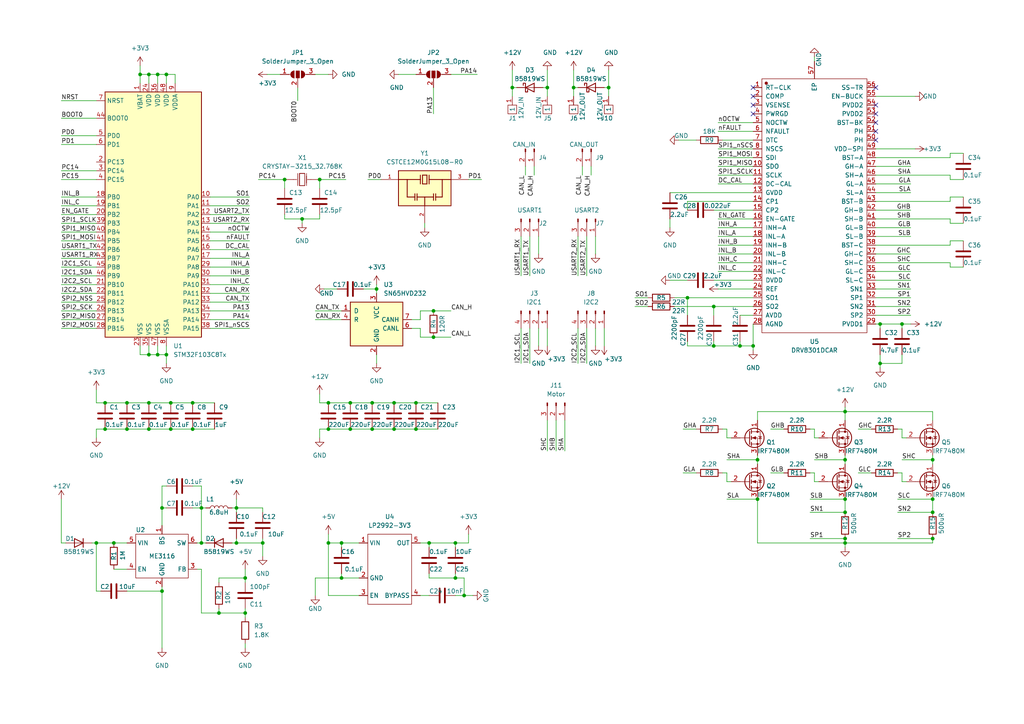
<source format=kicad_sch>
(kicad_sch (version 20211123) (generator eeschema)
  (paper "A4")
  (junction (at 124.46 157.48))
  (junction (at 125.73 97.79))
  (junction (at 107.95 124.46))
  (junction (at 45.72 21.59))
  (junction (at 245.11 119.38))
  (junction (at 261.62 93.98))
  (junction (at 49.53 116.84))
  (junction (at 166.37 25.4))
  (junction (at 76.2 157.48))
  (junction (at 99.06 167.64))
  (junction (at 43.18 102.87))
  (junction (at 49.53 124.46))
  (junction (at 95.25 157.48))
  (junction (at 101.6 124.46))
  (junction (at 68.58 157.48))
  (junction (at 270.51 148.59))
  (junction (at 40.64 21.59))
  (junction (at 30.48 116.84))
  (junction (at 30.48 124.46))
  (junction (at 45.72 102.87))
  (junction (at 245.11 156.21))
  (junction (at 71.12 167.64))
  (junction (at 46.99 147.32))
  (junction (at 245.11 133.35))
  (junction (at 132.08 157.48))
  (junction (at 95.25 124.46))
  (junction (at 92.71 52.07))
  (junction (at 55.88 124.46))
  (junction (at 120.65 116.84))
  (junction (at 36.83 124.46))
  (junction (at 107.95 116.84))
  (junction (at 46.99 171.45))
  (junction (at 99.06 157.48))
  (junction (at 109.22 83.82))
  (junction (at 158.75 25.4))
  (junction (at 101.6 116.84))
  (junction (at 55.88 116.84))
  (junction (at 218.44 100.33))
  (junction (at 43.18 21.59))
  (junction (at 270.51 133.35))
  (junction (at 63.5 177.8))
  (junction (at 48.26 21.59))
  (junction (at 114.3 124.46))
  (junction (at 219.71 133.35))
  (junction (at 82.55 52.07))
  (junction (at 148.59 25.4))
  (junction (at 255.27 93.98))
  (junction (at 68.58 147.32))
  (junction (at 214.63 100.33))
  (junction (at 27.94 157.48))
  (junction (at 270.51 156.21))
  (junction (at 270.51 144.78))
  (junction (at 120.65 124.46))
  (junction (at 207.01 88.9))
  (junction (at 245.11 148.59))
  (junction (at 125.73 90.17))
  (junction (at 33.02 157.48))
  (junction (at 48.26 102.87))
  (junction (at 58.42 147.32))
  (junction (at 255.27 105.41))
  (junction (at 219.71 144.78))
  (junction (at 87.63 63.5))
  (junction (at 71.12 177.8))
  (junction (at 207.01 100.33))
  (junction (at 132.08 167.64))
  (junction (at 176.53 25.4))
  (junction (at 245.11 157.48))
  (junction (at 43.18 116.84))
  (junction (at 95.25 116.84))
  (junction (at 245.11 144.78))
  (junction (at 58.42 157.48))
  (junction (at 43.18 124.46))
  (junction (at 114.3 116.84))
  (junction (at 134.62 172.72))
  (junction (at 199.39 86.36))
  (junction (at 36.83 116.84))
  (no_connect (at 218.44 33.02))
  (no_connect (at 218.44 30.48))
  (no_connect (at 218.44 27.94))
  (no_connect (at 218.44 25.4))
  (no_connect (at 254 25.4))
  (no_connect (at 254 30.48))
  (no_connect (at 254 33.02))
  (no_connect (at 254 40.64))
  (no_connect (at 254 38.1))
  (no_connect (at 254 35.56))
  (wire (pts (xy 60.96 95.25) (xy 72.39 95.25)))
  (wire (pts (xy 134.62 172.72) (xy 137.16 172.72)))
  (wire (pts (xy 153.67 68.58) (xy 153.67 80.01)))
  (wire (pts (xy 254 73.66) (xy 264.16 73.66)))
  (wire (pts (xy 57.15 165.1) (xy 58.42 165.1)))
  (wire (pts (xy 184.15 86.36) (xy 187.96 86.36)))
  (wire (pts (xy 86.36 29.21) (xy 86.36 25.4)))
  (wire (pts (xy 275.59 77.47) (xy 279.4 77.47)))
  (wire (pts (xy 176.53 20.32) (xy 176.53 25.4)))
  (wire (pts (xy 134.62 167.64) (xy 134.62 172.72)))
  (wire (pts (xy 95.25 124.46) (xy 92.71 124.46)))
  (wire (pts (xy 100.33 52.07) (xy 92.71 52.07)))
  (wire (pts (xy 194.31 66.04) (xy 194.31 63.5)))
  (wire (pts (xy 95.25 172.72) (xy 104.14 172.72)))
  (wire (pts (xy 195.58 86.36) (xy 199.39 86.36)))
  (wire (pts (xy 270.51 148.59) (xy 260.35 148.59)))
  (wire (pts (xy 45.72 21.59) (xy 45.72 24.13)))
  (wire (pts (xy 95.25 154.94) (xy 95.25 157.48)))
  (wire (pts (xy 208.28 53.34) (xy 218.44 53.34)))
  (wire (pts (xy 40.64 21.59) (xy 40.64 24.13)))
  (wire (pts (xy 101.6 116.84) (xy 107.95 116.84)))
  (wire (pts (xy 93.98 83.82) (xy 97.79 83.82)))
  (wire (pts (xy 255.27 105.41) (xy 261.62 105.41)))
  (wire (pts (xy 275.59 64.77) (xy 279.4 64.77)))
  (wire (pts (xy 207.01 100.33) (xy 214.63 100.33)))
  (wire (pts (xy 208.28 66.04) (xy 218.44 66.04)))
  (wire (pts (xy 157.48 25.4) (xy 158.75 25.4)))
  (wire (pts (xy 255.27 93.98) (xy 255.27 95.25)))
  (wire (pts (xy 95.25 157.48) (xy 99.06 157.48)))
  (wire (pts (xy 33.02 157.48) (xy 36.83 157.48)))
  (wire (pts (xy 208.28 76.2) (xy 218.44 76.2)))
  (wire (pts (xy 208.28 50.8) (xy 218.44 50.8)))
  (wire (pts (xy 275.59 63.5) (xy 275.59 64.77)))
  (wire (pts (xy 261.62 133.35) (xy 270.51 133.35)))
  (wire (pts (xy 82.55 62.23) (xy 82.55 63.5)))
  (wire (pts (xy 60.96 80.01) (xy 72.39 80.01)))
  (wire (pts (xy 17.78 92.71) (xy 27.94 92.71)))
  (wire (pts (xy 87.63 64.77) (xy 87.63 63.5)))
  (wire (pts (xy 124.46 157.48) (xy 132.08 157.48)))
  (wire (pts (xy 212.09 139.7) (xy 210.82 139.7)))
  (wire (pts (xy 208.28 43.18) (xy 218.44 43.18)))
  (wire (pts (xy 45.72 102.87) (xy 43.18 102.87)))
  (wire (pts (xy 92.71 116.84) (xy 95.25 116.84)))
  (wire (pts (xy 254 88.9) (xy 264.16 88.9)))
  (wire (pts (xy 67.31 147.32) (xy 68.58 147.32)))
  (wire (pts (xy 124.46 167.64) (xy 132.08 167.64)))
  (wire (pts (xy 132.08 167.64) (xy 134.62 167.64)))
  (wire (pts (xy 55.88 124.46) (xy 49.53 124.46)))
  (wire (pts (xy 245.11 156.21) (xy 234.95 156.21)))
  (wire (pts (xy 17.78 80.01) (xy 27.94 80.01)))
  (wire (pts (xy 261.62 127) (xy 261.62 124.46)))
  (wire (pts (xy 17.78 57.15) (xy 27.94 57.15)))
  (wire (pts (xy 223.52 137.16) (xy 227.33 137.16)))
  (wire (pts (xy 254 83.82) (xy 264.16 83.82)))
  (wire (pts (xy 195.58 88.9) (xy 207.01 88.9)))
  (wire (pts (xy 236.22 127) (xy 236.22 124.46)))
  (wire (pts (xy 95.25 21.59) (xy 91.44 21.59)))
  (wire (pts (xy 36.83 116.84) (xy 43.18 116.84)))
  (wire (pts (xy 45.72 100.33) (xy 45.72 102.87)))
  (wire (pts (xy 71.12 168.91) (xy 71.12 167.64)))
  (wire (pts (xy 139.7 52.07) (xy 135.89 52.07)))
  (wire (pts (xy 135.89 154.94) (xy 135.89 157.48)))
  (wire (pts (xy 148.59 25.4) (xy 149.86 25.4)))
  (wire (pts (xy 248.92 137.16) (xy 252.73 137.16)))
  (wire (pts (xy 30.48 124.46) (xy 27.94 124.46)))
  (wire (pts (xy 172.72 100.33) (xy 172.72 95.25)))
  (wire (pts (xy 27.94 124.46) (xy 27.94 127)))
  (wire (pts (xy 254 50.8) (xy 275.59 50.8)))
  (wire (pts (xy 49.53 124.46) (xy 43.18 124.46)))
  (wire (pts (xy 27.94 171.45) (xy 29.21 171.45)))
  (wire (pts (xy 208.28 35.56) (xy 218.44 35.56)))
  (wire (pts (xy 260.35 124.46) (xy 261.62 124.46)))
  (wire (pts (xy 48.26 21.59) (xy 48.26 24.13)))
  (wire (pts (xy 275.59 44.45) (xy 279.4 44.45)))
  (wire (pts (xy 261.62 93.98) (xy 264.16 93.98)))
  (wire (pts (xy 171.45 50.8) (xy 171.45 48.26)))
  (wire (pts (xy 234.95 124.46) (xy 236.22 124.46)))
  (wire (pts (xy 27.94 157.48) (xy 33.02 157.48)))
  (wire (pts (xy 68.58 157.48) (xy 76.2 157.48)))
  (wire (pts (xy 261.62 93.98) (xy 261.62 95.25)))
  (wire (pts (xy 60.96 72.39) (xy 72.39 72.39)))
  (wire (pts (xy 275.59 58.42) (xy 275.59 57.15)))
  (wire (pts (xy 261.62 139.7) (xy 261.62 137.16)))
  (wire (pts (xy 166.37 25.4) (xy 166.37 27.94)))
  (wire (pts (xy 17.78 52.07) (xy 27.94 52.07)))
  (wire (pts (xy 17.78 39.37) (xy 27.94 39.37)))
  (wire (pts (xy 46.99 171.45) (xy 46.99 187.96)))
  (wire (pts (xy 172.72 73.66) (xy 172.72 68.58)))
  (wire (pts (xy 212.09 127) (xy 210.82 127)))
  (wire (pts (xy 209.55 40.64) (xy 218.44 40.64)))
  (wire (pts (xy 127 124.46) (xy 120.65 124.46)))
  (wire (pts (xy 153.67 105.41) (xy 153.67 95.25)))
  (wire (pts (xy 57.15 157.48) (xy 58.42 157.48)))
  (wire (pts (xy 63.5 176.53) (xy 63.5 177.8)))
  (wire (pts (xy 17.78 64.77) (xy 27.94 64.77)))
  (wire (pts (xy 92.71 63.5) (xy 92.71 62.23)))
  (wire (pts (xy 214.63 91.44) (xy 218.44 91.44)))
  (wire (pts (xy 254 55.88) (xy 264.16 55.88)))
  (wire (pts (xy 208.28 45.72) (xy 218.44 45.72)))
  (wire (pts (xy 121.92 172.72) (xy 124.46 172.72)))
  (wire (pts (xy 43.18 102.87) (xy 40.64 102.87)))
  (wire (pts (xy 46.99 170.18) (xy 46.99 171.45)))
  (wire (pts (xy 254 63.5) (xy 275.59 63.5)))
  (wire (pts (xy 46.99 147.32) (xy 48.26 147.32)))
  (wire (pts (xy 261.62 105.41) (xy 261.62 102.87)))
  (wire (pts (xy 219.71 132.08) (xy 219.71 133.35)))
  (wire (pts (xy 210.82 133.35) (xy 219.71 133.35)))
  (wire (pts (xy 151.13 68.58) (xy 151.13 80.01)))
  (wire (pts (xy 148.59 25.4) (xy 148.59 27.94)))
  (wire (pts (xy 167.64 68.58) (xy 167.64 80.01)))
  (wire (pts (xy 17.78 74.93) (xy 27.94 74.93)))
  (wire (pts (xy 270.51 132.08) (xy 270.51 133.35)))
  (wire (pts (xy 17.78 72.39) (xy 27.94 72.39)))
  (wire (pts (xy 170.18 68.58) (xy 170.18 80.01)))
  (wire (pts (xy 71.12 186.69) (xy 71.12 187.96)))
  (wire (pts (xy 275.59 71.12) (xy 275.59 69.85)))
  (wire (pts (xy 17.78 62.23) (xy 27.94 62.23)))
  (wire (pts (xy 58.42 140.97) (xy 58.42 147.32)))
  (wire (pts (xy 223.52 124.46) (xy 227.33 124.46)))
  (wire (pts (xy 33.02 165.1) (xy 36.83 165.1)))
  (wire (pts (xy 121.92 157.48) (xy 124.46 157.48)))
  (wire (pts (xy 167.64 105.41) (xy 167.64 95.25)))
  (wire (pts (xy 77.47 21.59) (xy 81.28 21.59)))
  (wire (pts (xy 119.38 92.71) (xy 121.92 92.71)))
  (wire (pts (xy 67.31 157.48) (xy 68.58 157.48)))
  (wire (pts (xy 40.64 19.05) (xy 40.64 21.59)))
  (wire (pts (xy 254 45.72) (xy 275.59 45.72)))
  (wire (pts (xy 43.18 21.59) (xy 40.64 21.59)))
  (wire (pts (xy 132.08 167.64) (xy 132.08 166.37)))
  (wire (pts (xy 245.11 144.78) (xy 245.11 148.59)))
  (wire (pts (xy 237.49 127) (xy 236.22 127)))
  (wire (pts (xy 17.78 69.85) (xy 27.94 69.85)))
  (wire (pts (xy 55.88 140.97) (xy 58.42 140.97)))
  (wire (pts (xy 207.01 60.96) (xy 218.44 60.96)))
  (wire (pts (xy 40.64 102.87) (xy 40.64 100.33)))
  (wire (pts (xy 114.3 124.46) (xy 107.95 124.46)))
  (wire (pts (xy 27.94 157.48) (xy 27.94 171.45)))
  (wire (pts (xy 234.95 137.16) (xy 236.22 137.16)))
  (wire (pts (xy 115.57 21.59) (xy 120.65 21.59)))
  (wire (pts (xy 219.71 144.78) (xy 219.71 157.48)))
  (wire (pts (xy 245.11 158.75) (xy 245.11 157.48)))
  (wire (pts (xy 17.78 87.63) (xy 27.94 87.63)))
  (wire (pts (xy 254 66.04) (xy 264.16 66.04)))
  (wire (pts (xy 125.73 33.02) (xy 125.73 25.4)))
  (wire (pts (xy 199.39 58.42) (xy 199.39 60.96)))
  (wire (pts (xy 166.37 20.32) (xy 166.37 25.4)))
  (wire (pts (xy 43.18 124.46) (xy 36.83 124.46)))
  (wire (pts (xy 124.46 166.37) (xy 124.46 167.64)))
  (wire (pts (xy 46.99 140.97) (xy 46.99 147.32)))
  (wire (pts (xy 63.5 177.8) (xy 71.12 177.8)))
  (wire (pts (xy 95.25 116.84) (xy 101.6 116.84)))
  (wire (pts (xy 27.94 116.84) (xy 30.48 116.84)))
  (wire (pts (xy 17.78 95.25) (xy 27.94 95.25)))
  (wire (pts (xy 60.96 82.55) (xy 72.39 82.55)))
  (wire (pts (xy 17.78 82.55) (xy 27.94 82.55)))
  (wire (pts (xy 125.73 97.79) (xy 130.81 97.79)))
  (wire (pts (xy 156.21 100.33) (xy 156.21 95.25)))
  (wire (pts (xy 245.11 132.08) (xy 245.11 133.35)))
  (wire (pts (xy 254 93.98) (xy 255.27 93.98)))
  (wire (pts (xy 218.44 100.33) (xy 218.44 101.6)))
  (wire (pts (xy 60.96 92.71) (xy 72.39 92.71)))
  (wire (pts (xy 154.94 50.8) (xy 154.94 48.26)))
  (wire (pts (xy 245.11 119.38) (xy 270.51 119.38)))
  (wire (pts (xy 50.8 24.13) (xy 50.8 21.59)))
  (wire (pts (xy 255.27 93.98) (xy 261.62 93.98)))
  (wire (pts (xy 55.88 116.84) (xy 62.23 116.84)))
  (wire (pts (xy 107.95 124.46) (xy 101.6 124.46)))
  (wire (pts (xy 92.71 124.46) (xy 92.71 127)))
  (wire (pts (xy 156.21 73.66) (xy 156.21 68.58)))
  (wire (pts (xy 254 27.94) (xy 265.43 27.94)))
  (wire (pts (xy 219.71 119.38) (xy 245.11 119.38)))
  (wire (pts (xy 209.55 137.16) (xy 210.82 137.16)))
  (wire (pts (xy 91.44 92.71) (xy 99.06 92.71)))
  (wire (pts (xy 119.38 95.25) (xy 121.92 95.25)))
  (wire (pts (xy 132.08 157.48) (xy 135.89 157.48)))
  (wire (pts (xy 236.22 139.7) (xy 236.22 137.16)))
  (wire (pts (xy 58.42 157.48) (xy 59.69 157.48)))
  (wire (pts (xy 60.96 74.93) (xy 72.39 74.93)))
  (wire (pts (xy 184.15 88.9) (xy 187.96 88.9)))
  (wire (pts (xy 99.06 167.64) (xy 104.14 167.64)))
  (wire (pts (xy 48.26 140.97) (xy 46.99 140.97)))
  (wire (pts (xy 218.44 93.98) (xy 218.44 100.33)))
  (wire (pts (xy 99.06 166.37) (xy 99.06 167.64)))
  (wire (pts (xy 109.22 82.55) (xy 109.22 83.82)))
  (wire (pts (xy 245.11 156.21) (xy 245.11 157.48)))
  (wire (pts (xy 161.29 130.81) (xy 161.29 121.92)))
  (wire (pts (xy 36.83 171.45) (xy 46.99 171.45)))
  (wire (pts (xy 270.51 156.21) (xy 270.51 157.48)))
  (wire (pts (xy 68.58 144.78) (xy 68.58 147.32)))
  (wire (pts (xy 46.99 147.32) (xy 46.99 152.4)))
  (wire (pts (xy 254 53.34) (xy 264.16 53.34)))
  (wire (pts (xy 219.71 133.35) (xy 219.71 134.62)))
  (wire (pts (xy 121.92 97.79) (xy 125.73 97.79)))
  (wire (pts (xy 245.11 119.38) (xy 245.11 121.92)))
  (wire (pts (xy 158.75 100.33) (xy 158.75 95.25)))
  (wire (pts (xy 236.22 16.51) (xy 236.22 17.78)))
  (wire (pts (xy 207.01 88.9) (xy 207.01 91.44)))
  (wire (pts (xy 234.95 144.78) (xy 245.11 144.78)))
  (wire (pts (xy 109.22 105.41) (xy 109.22 102.87)))
  (wire (pts (xy 199.39 99.06) (xy 199.39 100.33)))
  (wire (pts (xy 196.85 40.64) (xy 201.93 40.64)))
  (wire (pts (xy 17.78 34.29) (xy 27.94 34.29)))
  (wire (pts (xy 208.28 63.5) (xy 218.44 63.5)))
  (wire (pts (xy 245.11 118.11) (xy 245.11 119.38)))
  (wire (pts (xy 210.82 139.7) (xy 210.82 137.16)))
  (wire (pts (xy 43.18 100.33) (xy 43.18 102.87)))
  (wire (pts (xy 95.25 172.72) (xy 95.25 157.48)))
  (wire (pts (xy 91.44 167.64) (xy 91.44 172.72)))
  (wire (pts (xy 50.8 21.59) (xy 48.26 21.59)))
  (wire (pts (xy 58.42 147.32) (xy 58.42 157.48)))
  (wire (pts (xy 245.11 157.48) (xy 270.51 157.48)))
  (wire (pts (xy 148.59 20.32) (xy 148.59 25.4)))
  (wire (pts (xy 124.46 157.48) (xy 124.46 158.75)))
  (wire (pts (xy 270.51 133.35) (xy 270.51 134.62)))
  (wire (pts (xy 275.59 45.72) (xy 275.59 44.45)))
  (wire (pts (xy 114.3 116.84) (xy 120.65 116.84)))
  (wire (pts (xy 120.65 116.84) (xy 127 116.84)))
  (wire (pts (xy 71.12 167.64) (xy 63.5 167.64)))
  (wire (pts (xy 76.2 156.21) (xy 76.2 157.48)))
  (wire (pts (xy 275.59 52.07) (xy 279.4 52.07)))
  (wire (pts (xy 60.96 62.23) (xy 72.39 62.23)))
  (wire (pts (xy 60.96 57.15) (xy 72.39 57.15)))
  (wire (pts (xy 158.75 20.32) (xy 158.75 25.4)))
  (wire (pts (xy 132.08 172.72) (xy 134.62 172.72)))
  (wire (pts (xy 82.55 63.5) (xy 87.63 63.5)))
  (wire (pts (xy 26.67 157.48) (xy 27.94 157.48)))
  (wire (pts (xy 218.44 100.33) (xy 214.63 100.33)))
  (wire (pts (xy 275.59 50.8) (xy 275.59 52.07)))
  (wire (pts (xy 208.28 68.58) (xy 218.44 68.58)))
  (wire (pts (xy 68.58 157.48) (xy 68.58 156.21)))
  (wire (pts (xy 207.01 88.9) (xy 218.44 88.9)))
  (wire (pts (xy 71.12 165.1) (xy 71.12 167.64)))
  (wire (pts (xy 17.78 144.78) (xy 17.78 157.48)))
  (wire (pts (xy 210.82 144.78) (xy 219.71 144.78)))
  (wire (pts (xy 219.71 157.48) (xy 245.11 157.48)))
  (wire (pts (xy 17.78 59.69) (xy 27.94 59.69)))
  (wire (pts (xy 168.91 50.8) (xy 168.91 48.26)))
  (wire (pts (xy 158.75 130.81) (xy 158.75 121.92)))
  (wire (pts (xy 76.2 157.48) (xy 76.2 161.29)))
  (wire (pts (xy 68.58 147.32) (xy 68.58 148.59)))
  (wire (pts (xy 207.01 99.06) (xy 207.01 100.33)))
  (wire (pts (xy 17.78 49.53) (xy 27.94 49.53)))
  (wire (pts (xy 48.26 102.87) (xy 45.72 102.87)))
  (wire (pts (xy 60.96 67.31) (xy 72.39 67.31)))
  (wire (pts (xy 170.18 105.41) (xy 170.18 95.25)))
  (wire (pts (xy 245.11 133.35) (xy 245.11 134.62)))
  (wire (pts (xy 71.12 176.53) (xy 71.12 177.8)))
  (wire (pts (xy 248.92 124.46) (xy 252.73 124.46)))
  (wire (pts (xy 199.39 100.33) (xy 207.01 100.33)))
  (wire (pts (xy 92.71 114.3) (xy 92.71 116.84)))
  (wire (pts (xy 199.39 86.36) (xy 199.39 91.44)))
  (wire (pts (xy 254 76.2) (xy 275.59 76.2)))
  (wire (pts (xy 245.11 148.59) (xy 234.95 148.59)))
  (wire (pts (xy 58.42 165.1) (xy 58.42 177.8)))
  (wire (pts (xy 208.28 78.74) (xy 218.44 78.74)))
  (wire (pts (xy 121.92 92.71) (xy 121.92 90.17)))
  (wire (pts (xy 254 71.12) (xy 275.59 71.12)))
  (wire (pts (xy 214.63 100.33) (xy 214.63 99.06)))
  (wire (pts (xy 254 58.42) (xy 275.59 58.42)))
  (wire (pts (xy 107.95 116.84) (xy 114.3 116.84)))
  (wire (pts (xy 36.83 124.46) (xy 30.48 124.46)))
  (wire (pts (xy 120.65 124.46) (xy 114.3 124.46)))
  (wire (pts (xy 275.59 69.85) (xy 279.4 69.85)))
  (wire (pts (xy 60.96 90.17) (xy 72.39 90.17)))
  (wire (pts (xy 207.01 81.28) (xy 218.44 81.28)))
  (wire (pts (xy 210.82 127) (xy 210.82 124.46)))
  (wire (pts (xy 237.49 139.7) (xy 236.22 139.7)))
  (wire (pts (xy 17.78 29.21) (xy 27.94 29.21)))
  (wire (pts (xy 209.55 124.46) (xy 210.82 124.46)))
  (wire (pts (xy 255.27 105.41) (xy 255.27 106.68)))
  (wire (pts (xy 208.28 48.26) (xy 218.44 48.26)))
  (wire (pts (xy 270.51 144.78) (xy 270.51 148.59)))
  (wire (pts (xy 121.92 95.25) (xy 121.92 97.79)))
  (wire (pts (xy 270.51 121.92) (xy 270.51 119.38)))
  (wire (pts (xy 17.78 90.17) (xy 27.94 90.17)))
  (wire (pts (xy 68.58 147.32) (xy 76.2 147.32)))
  (wire (pts (xy 151.13 105.41) (xy 151.13 95.25)))
  (wire (pts (xy 48.26 100.33) (xy 48.26 102.87)))
  (wire (pts (xy 91.44 167.64) (xy 99.06 167.64)))
  (wire (pts (xy 236.22 133.35) (xy 245.11 133.35)))
  (wire (pts (xy 17.78 157.48) (xy 19.05 157.48)))
  (wire (pts (xy 17.78 77.47) (xy 27.94 77.47)))
  (wire (pts (xy 198.12 137.16) (xy 201.93 137.16)))
  (wire (pts (xy 87.63 63.5) (xy 92.71 63.5)))
  (wire (pts (xy 208.28 38.1) (xy 218.44 38.1)))
  (wire (pts (xy 82.55 52.07) (xy 82.55 54.61)))
  (wire (pts (xy 275.59 76.2) (xy 275.59 77.47)))
  (wire (pts (xy 158.75 25.4) (xy 158.75 27.94)))
  (wire (pts (xy 60.96 87.63) (xy 72.39 87.63)))
  (wire (pts (xy 208.28 71.12) (xy 218.44 71.12)))
  (wire (pts (xy 48.26 21.59) (xy 45.72 21.59)))
  (wire (pts (xy 58.42 177.8) (xy 63.5 177.8)))
  (wire (pts (xy 60.96 64.77) (xy 72.39 64.77)))
  (wire (pts (xy 92.71 52.07) (xy 92.71 54.61)))
  (wire (pts (xy 76.2 148.59) (xy 76.2 147.32)))
  (wire (pts (xy 254 60.96) (xy 264.16 60.96)))
  (wire (pts (xy 91.44 90.17) (xy 99.06 90.17)))
  (wire (pts (xy 17.78 67.31) (xy 27.94 67.31)))
  (wire (pts (xy 254 81.28) (xy 264.16 81.28)))
  (wire (pts (xy 262.89 127) (xy 261.62 127)))
  (wire (pts (xy 43.18 116.84) (xy 49.53 116.84)))
  (wire (pts (xy 255.27 102.87) (xy 255.27 105.41)))
  (wire (pts (xy 254 91.44) (xy 264.16 91.44)))
  (wire (pts (xy 254 78.74) (xy 264.16 78.74)))
  (wire (pts (xy 262.89 139.7) (xy 261.62 139.7)))
  (wire (pts (xy 123.19 66.04) (xy 123.19 64.77)))
  (wire (pts (xy 175.26 100.33) (xy 175.26 95.25)))
  (wire (pts (xy 71.12 177.8) (xy 71.12 179.07)))
  (wire (pts (xy 219.71 121.92) (xy 219.71 119.38)))
  (wire (pts (xy 275.59 57.15) (xy 279.4 57.15)))
  (wire (pts (xy 152.4 50.8) (xy 152.4 48.26)))
  (wire (pts (xy 199.39 58.42) (xy 218.44 58.42)))
  (wire (pts (xy 58.42 147.32) (xy 59.69 147.32)))
  (wire (pts (xy 106.68 52.07) (xy 110.49 52.07)))
  (wire (pts (xy 17.78 85.09) (xy 27.94 85.09)))
  (wire (pts (xy 105.41 83.82) (xy 109.22 83.82)))
  (wire (pts (xy 138.43 21.59) (xy 130.81 21.59)))
  (wire (pts (xy 254 43.18) (xy 265.43 43.18)))
  (wire (pts (xy 199.39 86.36) (xy 218.44 86.36)))
  (wire (pts (xy 60.96 69.85) (xy 72.39 69.85)))
  (wire (pts (xy 208.28 73.66) (xy 218.44 73.66)))
  (wire (pts (xy 198.12 124.46) (xy 201.93 124.46)))
  (wire (pts (xy 132.08 157.48) (xy 132.08 158.75)))
  (wire (pts (xy 30.48 116.84) (xy 36.83 116.84)))
  (wire (pts (xy 63.5 167.64) (xy 63.5 168.91)))
  (wire (pts (xy 176.53 25.4) (xy 176.53 27.94)))
  (wire (pts (xy 260.35 137.16) (xy 261.62 137.16)))
  (wire (pts (xy 60.96 59.69) (xy 72.39 59.69)))
  (wire (pts (xy 74.93 52.07) (xy 82.55 52.07)))
  (wire (pts (xy 104.14 157.48) (xy 99.06 157.48)))
  (wire (pts (xy 260.35 144.78) (xy 270.51 144.78)))
  (wire (pts (xy 194.31 81.28) (xy 199.39 81.28)))
  (wire (pts (xy 175.26 25.4) (xy 176.53 25.4)))
  (wire (pts (xy 99.06 157.48) (xy 99.06 158.75)))
  (wire (pts (xy 166.37 25.4) (xy 167.64 25.4)))
  (wire (pts (xy 125.73 90.17) (xy 130.81 90.17)))
  (wire (pts (xy 55.88 147.32) (xy 58.42 147.32)))
  (wire (pts (xy 27.94 113.03) (xy 27.94 116.84)))
  (wire (pts (xy 17.78 41.91) (xy 27.94 41.91)))
  (wire (pts (xy 45.72 21.59) (xy 43.18 21.59)))
  (wire (pts (xy 60.96 85.09) (xy 72.39 85.09)))
  (wire (pts (xy 60.96 77.47) (xy 72.39 77.47)))
  (wire (pts (xy 254 48.26) (xy 264.16 48.26)))
  (wire (pts (xy 49.53 116.84) (xy 55.88 116.84)))
  (wire (pts (xy 254 86.36) (xy 264.16 86.36)))
  (wire (pts (xy 270.51 156.21) (xy 260.35 156.21)))
  (wire (pts (xy 101.6 124.46) (xy 95.25 124.46)))
  (wire (pts (xy 194.31 55.88) (xy 218.44 55.88)))
  (wire (pts (xy 62.23 124.46) (xy 55.88 124.46)))
  (wire (pts (xy 163.83 130.81) (xy 163.83 121.92)))
  (wire (pts (xy 208.28 83.82) (xy 218.44 83.82)))
  (wire (pts (xy 48.26 102.87) (xy 48.26 105.41)))
  (wire (pts (xy 109.22 83.82) (xy 109.22 85.09)))
  (wire (pts (xy 43.18 21.59) (xy 43.18 24.13)))
  (wire (pts (xy 121.92 90.17) (xy 125.73 90.17)))
  (wire (pts (xy 254 68.58) (xy 264.16 68.58)))
  (label "I2C1_SDA" (at 153.67 105.41 90))
  (label "INH_A" (at 72.39 77.47 180))
  (label "USART2_TX" (at 170.18 80.01 90))
  (label "EN_GATE" (at 208.28 63.5 0))
  (label "SPI1_MOSI" (at 208.28 45.72 0))
  (label "SHC" (at 158.75 130.81 90))
  (label "SO1" (at 184.15 86.36 0))
  (label "DC_CAL" (at 208.28 53.34 0))
  (label "CAN_L" (at 168.91 50.8 270))
  (label "SPI1_SCLK" (at 17.78 64.77 0))
  (label "I2C1_SCL" (at 151.13 105.41 90))
  (label "CAN_L" (at 152.4 50.8 270))
  (label "INL_B" (at 208.28 73.66 0))
  (label "INH_B" (at 208.28 71.12 0))
  (label "USART1_RX" (at 17.78 74.93 0))
  (label "PA13" (at 125.73 33.02 90))
  (label "GHC" (at 264.16 73.66 180))
  (label "DC_CAL" (at 72.39 72.39 180))
  (label "SPI1_nSCS" (at 208.28 43.18 0))
  (label "GLC" (at 248.92 137.16 0))
  (label "nOCTW" (at 208.28 35.56 0))
  (label "SPI2_NSS" (at 17.78 87.63 0))
  (label "INL_B" (at 17.78 57.15 0))
  (label "INH_C" (at 72.39 82.55 180))
  (label "SP2" (at 260.35 156.21 0))
  (label "NRST" (at 17.78 29.21 0))
  (label "CAN_TX" (at 91.44 90.17 0))
  (label "SLC" (at 264.16 81.28 180))
  (label "PA14" (at 72.39 92.71 180))
  (label "GLA" (at 264.16 53.34 180))
  (label "SHA" (at 210.82 133.35 0))
  (label "I2C1_SCL" (at 17.78 77.47 0))
  (label "SO1" (at 72.39 57.15 180))
  (label "SPI1_MOSI" (at 17.78 69.85 0))
  (label "CAN_L" (at 130.81 97.79 0))
  (label "PC14" (at 74.93 52.07 0))
  (label "USART1_TX" (at 17.78 72.39 0))
  (label "PA14" (at 138.43 21.59 180))
  (label "USART2_TX" (at 72.39 62.23 180))
  (label "CAN_H" (at 154.94 50.8 270))
  (label "PD0" (at 17.78 39.37 0))
  (label "PD0" (at 106.68 52.07 0))
  (label "I2C2_SDA" (at 17.78 85.09 0))
  (label "BOOT0" (at 86.36 29.21 270))
  (label "PD1" (at 17.78 41.91 0))
  (label "GHB" (at 223.52 124.46 0))
  (label "SN1" (at 264.16 83.82 180))
  (label "PC15" (at 100.33 52.07 180))
  (label "CAN_RX" (at 72.39 85.09 180))
  (label "I2C2_SCL" (at 17.78 82.55 0))
  (label "SPI1_MISO" (at 208.28 48.26 0))
  (label "PD1" (at 139.7 52.07 180))
  (label "GLC" (at 264.16 78.74 180))
  (label "SO2" (at 72.39 59.69 180))
  (label "USART1_TX" (at 153.67 80.01 90))
  (label "SLA" (at 264.16 55.88 180))
  (label "GLB" (at 223.52 137.16 0))
  (label "SP1" (at 264.16 86.36 180))
  (label "SHA" (at 264.16 50.8 180))
  (label "I2C1_SDA" (at 17.78 80.01 0))
  (label "GLA" (at 198.12 137.16 0))
  (label "CAN_H" (at 130.81 90.17 0))
  (label "SP1" (at 234.95 156.21 0))
  (label "INH_A" (at 208.28 66.04 0))
  (label "SHC" (at 261.62 133.35 0))
  (label "EN_GATE" (at 17.78 62.23 0))
  (label "nFAULT" (at 208.28 38.1 0))
  (label "PC14" (at 17.78 49.53 0))
  (label "BOOT0" (at 17.78 34.29 0))
  (label "SHA" (at 163.83 130.81 90))
  (label "GHA" (at 198.12 124.46 0))
  (label "GHC" (at 248.92 124.46 0))
  (label "INL_A" (at 72.39 74.93 180))
  (label "GLB" (at 264.16 66.04 180))
  (label "SHB" (at 264.16 63.5 180))
  (label "SPI2_MISO" (at 17.78 92.71 0))
  (label "USART2_RX" (at 167.64 80.01 90))
  (label "SPI1_MISO" (at 17.78 67.31 0))
  (label "SN2" (at 260.35 148.59 0))
  (label "INL_C" (at 17.78 59.69 0))
  (label "SLB" (at 264.16 68.58 180))
  (label "CAN_RX" (at 91.44 92.71 0))
  (label "SPI1_SCLK" (at 208.28 50.8 0))
  (label "INH_B" (at 72.39 80.01 180))
  (label "INH_C" (at 208.28 76.2 0))
  (label "PA13" (at 72.39 90.17 180))
  (label "nFAULT" (at 72.39 69.85 180))
  (label "INL_C" (at 208.28 78.74 0))
  (label "I2C2_SCL" (at 167.64 105.41 90))
  (label "CAN_TX" (at 72.39 87.63 180))
  (label "PC15" (at 17.78 52.07 0))
  (label "SP2" (at 264.16 91.44 180))
  (label "SN2" (at 264.16 88.9 180))
  (label "GHB" (at 264.16 60.96 180))
  (label "SPI2_MOSI" (at 17.78 95.25 0))
  (label "SPI2_SCK" (at 17.78 90.17 0))
  (label "SHC" (at 264.16 76.2 180))
  (label "USART1_RX" (at 151.13 80.01 90))
  (label "SPI1_nSCS" (at 72.39 95.25 180))
  (label "USART2_RX" (at 72.39 64.77 180))
  (label "SO2" (at 184.15 88.9 0))
  (label "INL_A" (at 208.28 68.58 0))
  (label "SHB" (at 161.29 130.81 90))
  (label "SN1" (at 234.95 148.59 0))
  (label "SLC" (at 260.35 144.78 0))
  (label "SLA" (at 210.82 144.78 0))
  (label "CAN_H" (at 171.45 50.8 270))
  (label "I2C2_SDA" (at 170.18 105.41 90))
  (label "SHB" (at 236.22 133.35 0))
  (label "SLB" (at 234.95 144.78 0))
  (label "GHA" (at 264.16 48.26 180))
  (label "nOCTW" (at 72.39 67.31 180))
  (symbol (lib_id "UserLIB:DRV8301DCAR") (at 236.22 57.15 0) (unit 1)
    (property "Reference" "U5" (at 236.22 99.06 0))
    (property "Value" "DRV8301DCAR" (at 236.22 101.6 0))
    (property "Footprint" "Userlib:HTSSOP-56_L14.0-W6.0-P0.50-LS8.0-BL" (effects hide))
    (property "Datasheet" "http://www.szlcsc.com/product/details_100181.html" (effects hide))
    (property "SuppliersPartNumber" "C98969" (effects hide))
    (property "uuid" "std:0a2897c6c2514a23b015be74ba850f0f" (effects hide))
  )
  (symbol (lib_id "Device:R") (at 125.73 93.98 0) (unit 1)
    (property "Reference" "R4" (at 125.73 95.25 90) (effects (justify left)))
    (property "Value" "120R" (at 128.27 96.52 90) (effects (justify left)))
    (property "Footprint" "Resistor_SMD:R_0402_1005Metric" (effects hide))
  )
  (symbol (lib_id "power:GND") (at 137.16 172.72 90) (unit 1)
    (property "Reference" "#PWR024" (effects hide))
    (property "Value" "GND" (at 140.97 172.72 0))
  )
  (symbol (lib_id "power:GND") (at 92.71 127 0) (unit 1)
    (property "Reference" "#PWR015" (effects hide))
    (property "Value" "GND" (at 92.71 132.08 0))
  )
  (symbol (lib_id "Device:R") (at 270.51 152.4 0) (unit 1)
    (property "Reference" "R15" (at 270.51 153.67 90) (effects (justify left)))
    (property "Value" "500uR" (at 273.05 154.94 90) (effects (justify left)))
    (property "Footprint" "Resistor_SMD:R_2512_6332Metric" (effects hide))
  )
  (symbol (lib_id "power:GND") (at 46.99 187.96 0) (unit 1)
    (property "Reference" "#PWR05" (effects hide))
    (property "Value" "GND" (at 46.99 193.04 0))
  )
  (symbol (lib_id "Device:C") (at 127 120.65 0) (unit 1)
    (property "Reference" "C23" (at 128.27 118.11 0) (effects (justify left)))
    (property "Value" "220uF" (at 127 123.19 0) (effects (justify left)))
    (property "Footprint" "Capacitor_SMD:C_1206_3216Metric" (effects hide))
  )
  (symbol (lib_id "Device:C") (at 255.27 99.06 0) (unit 1)
    (property "Reference" "C32" (at 256.54 96.52 0) (effects (justify left)))
    (property "Value" "4.7uF" (at 255.27 101.6 0) (effects (justify left)))
    (property "Footprint" "Capacitor_SMD:C_0402_1005Metric" (effects hide))
  )
  (symbol (lib_id "power:GND") (at 123.19 66.04 0) (unit 1)
    (property "Reference" "#PWR022" (effects hide))
    (property "Value" "GND" (at 123.19 71.12 0))
  )
  (symbol (lib_id "power:GND") (at 158.75 20.32 180) (unit 1)
    (property "Reference" "#PWR040" (effects hide))
    (property "Value" "GND" (at 157.48 15.24 0) (effects (justify right)))
  )
  (symbol (lib_id "power:GND") (at 176.53 20.32 180) (unit 1)
    (property "Reference" "#PWR044" (effects hide))
    (property "Value" "GND" (at 175.26 15.24 0) (effects (justify right)))
  )
  (symbol (lib_id "UserLIB:LP2992-3V3") (at 113.03 165.1 0) (unit 1)
    (property "Reference" "U4" (at 113.03 149.86 0))
    (property "Value" "LP2992-3V3" (at 113.03 152.4 0))
    (property "Footprint" "Package_TO_SOT_SMD:SOT-23-5" (effects hide))
  )
  (symbol (lib_id "Transistor_FET:IRF7480M") (at 242.57 139.7 0) (unit 1)
    (property "Reference" "Q4" (at 247.65 140.97 0) (effects (justify left)))
    (property "Value" "IRF7480M" (at 245.11 143.51 0) (effects (justify left)))
    (property "Footprint" "Package_DirectFET:DirectFET_ME" (effects hide))
    (property "Datasheet" "https://www.infineon.com/dgdl/Infineon-IRF7480M-DS-v01_02-EN.pdf?fileId=5546d462533600a4015355ff8fa41c30" (effects hide))
  )
  (symbol (lib_id "Device:C") (at 52.07 140.97 270) (unit 1)
    (property "Reference" "C6" (at 48.26 139.7 90) (effects (justify left)))
    (property "Value" "0.1uF" (at 53.34 139.7 90) (effects (justify left)))
    (property "Footprint" "Capacitor_SMD:C_0402_1005Metric" (effects hide))
  )
  (symbol (lib_id "Device:C") (at 194.31 59.69 0) (unit 1)
    (property "Reference" "C26" (at 195.58 57.15 0) (effects (justify left)))
    (property "Value" "2.2uF" (at 194.31 62.23 0) (effects (justify left)))
    (property "Footprint" "Capacitor_SMD:C_0402_1005Metric" (effects hide))
  )
  (symbol (lib_id "power:GND") (at 194.31 66.04 0) (unit 1)
    (property "Reference" "#PWR025" (effects hide))
    (property "Value" "GND" (at 194.31 71.12 0))
  )
  (symbol (lib_id "Device:C") (at 101.6 120.65 0) (unit 1)
    (property "Reference" "C18" (at 102.87 118.11 0) (effects (justify left)))
    (property "Value" "220uF" (at 101.6 123.19 0) (effects (justify left)))
    (property "Footprint" "Capacitor_SMD:C_1206_3216Metric" (effects hide))
  )
  (symbol (lib_id "Device:C") (at 92.71 58.42 0) (unit 1)
    (property "Reference" "C14" (at 93.98 55.88 0) (effects (justify left)))
    (property "Value" "12.5pF" (at 92.71 60.96 0) (effects (justify left)))
    (property "Footprint" "Capacitor_SMD:C_0402_1005Metric" (effects hide))
  )
  (symbol (lib_id "UserLIB:CSTCE12M0G15L08-R0") (at 123.19 54.61 0) (unit 1)
    (property "Reference" "Y1" (at 123.19 44.45 0))
    (property "Value" "CSTCE12M0G15L08-R0" (at 123.19 46.99 0))
    (property "Footprint" "Crystal:OSC_CSTCE12M0G15L08-R0" (effects hide))
    (property "MAXIMUM_PACKAGE_HEIGHT" "0.80mm" (effects hide))
    (property "MANUFACTURER" "Murata" (effects hide))
    (property "PARTREV" "May 7, 2019" (effects hide))
    (property "STANDARD" "Manufacturer Recommendations" (effects hide))
  )
  (symbol (lib_id "power:+3V3") (at 77.47 21.59 90) (unit 1)
    (property "Reference" "#PWR011" (effects hide))
    (property "Value" "+3V3" (at 74.93 24.13 90) (effects (justify right)))
  )
  (symbol (lib_id "Device:R") (at 33.02 161.29 0) (unit 1)
    (property "Reference" "R1" (at 33.02 162.56 90) (effects (justify left)))
    (property "Value" "1M" (at 35.56 162.5599 90) (effects (justify left)))
    (property "Footprint" "Resistor_SMD:R_0402_1005Metric" (effects hide))
  )
  (symbol (lib_id "UserLIB:ME3116") (at 46.99 161.29 0) (unit 1)
    (property "Reference" "U2" (at 39.37 153.67 0) (effects (justify left)))
    (property "Value" "ME3116" (at 43.18 161.29 0) (effects (justify left)))
    (property "Footprint" "Package_TO_SOT_SMD:SOT-23-6" (effects hide))
  )
  (symbol (lib_id "Device:R") (at 205.74 40.64 90) (unit 1)
    (property "Reference" "R9" (at 205.74 40.64 90))
    (property "Value" "18K" (at 205.74 38.1 90))
    (property "Footprint" "Resistor_SMD:R_0402_1005Metric" (effects hide))
  )
  (symbol (lib_id "power:GND") (at 95.25 21.59 90) (unit 1)
    (property "Reference" "#PWR017" (effects hide))
    (property "Value" "GND" (at 99.06 21.5899 90) (effects (justify right)))
  )
  (symbol (lib_id "Device:C") (at 279.4 48.26 0) (unit 1)
    (property "Reference" "C34" (at 280.67 45.72 0) (effects (justify left)))
    (property "Value" "0.1uF" (at 279.4 50.8 0) (effects (justify left)))
    (property "Footprint" "Capacitor_SMD:C_0402_1005Metric" (effects hide))
  )
  (symbol (lib_id "Device:C") (at 128.27 172.72 270) (unit 1)
    (property "Reference" "C24" (at 124.46 171.45 90) (effects (justify left)))
    (property "Value" "10nF" (at 129.54 171.45 90) (effects (justify left)))
    (property "Footprint" "Capacitor_SMD:C_0402_1005Metric" (effects hide))
  )
  (symbol (lib_id "MCU_ST_STM32F1:STM32F103C8Tx") (at 45.72 62.23 0) (unit 1)
    (property "Reference" "U1" (at 50.2794 100.33 0) (effects (justify left)))
    (property "Value" "STM32F103C8Tx" (at 50.2794 102.87 0) (effects (justify left)))
    (property "Footprint" "Package_QFP:LQFP-48_7x7mm_P0.5mm" (effects hide))
    (property "Datasheet" "http://www.st.com/st-web-ui/static/active/en/resource/technical/document/datasheet/CD00161566.pdf" (effects hide))
  )
  (symbol (lib_id "power:+5V") (at 71.12 165.1 0) (unit 1)
    (property "Reference" "#PWR08" (effects hide))
    (property "Value" "+5V" (at 71.12 160.02 0))
  )
  (symbol (lib_id "power:GND") (at 218.44 101.6 0) (unit 1)
    (property "Reference" "#PWR029" (effects hide))
    (property "Value" "GND" (at 218.44 106.68 0))
  )
  (symbol (lib_id "Interface_CAN_LIN:SN65HVD232") (at 109.22 92.71 0) (unit 1)
    (property "Reference" "U3" (at 111.2394 82.55 0) (effects (justify left)))
    (property "Value" "SN65HVD232" (at 111.2394 85.09 0) (effects (justify left)))
    (property "Footprint" "Package_SO:SOIC-8_3.9x4.9mm_P1.27mm" (effects hide))
    (property "Datasheet" "http://www.ti.com/lit/ds/symlink/sn65hvd230.pdf" (effects hide))
  )
  (symbol (lib_id "power:+3.3V") (at 135.89 154.94 0) (unit 1)
    (property "Reference" "#PWR023" (effects hide))
    (property "Value" "+3.3V" (at 135.89 149.86 0))
  )
  (symbol (lib_id "power:GND") (at 93.98 83.82 270) (unit 1)
    (property "Reference" "#PWR016" (effects hide))
    (property "Value" "GND" (at 92.71 85.09 90) (effects (justify left)))
  )
  (symbol (lib_id "Device:C") (at 279.4 73.66 0) (unit 1)
    (property "Reference" "C36" (at 280.67 71.12 0) (effects (justify left)))
    (property "Value" "0.1uF" (at 279.4 76.2 0) (effects (justify left)))
    (property "Footprint" "Capacitor_SMD:C_0402_1005Metric" (effects hide))
  )
  (symbol (lib_id "power:GND") (at 194.31 81.28 270) (unit 1)
    (property "Reference" "#PWR026" (effects hide))
    (property "Value" "GND" (at 195.58 80.01 90))
  )
  (symbol (lib_id "Device:C") (at 261.62 99.06 0) (unit 1)
    (property "Reference" "C33" (at 262.89 96.52 0) (effects (justify left)))
    (property "Value" "0.1uF" (at 261.62 101.6 0) (effects (justify left)))
    (property "Footprint" "Capacitor_SMD:C_0402_1005Metric" (effects hide))
  )
  (symbol (lib_id "Device:C") (at 203.2 60.96 90) (unit 1)
    (property "Reference" "C28" (at 201.93 59.69 90) (effects (justify left)))
    (property "Value" "0.022uF" (at 212.09 59.69 90) (effects (justify left)))
    (property "Footprint" "Capacitor_SMD:C_0402_1005Metric" (effects hide))
  )
  (symbol (lib_id "power:GND") (at 245.11 158.75 0) (unit 1)
    (property "Reference" "#PWR032" (effects hide))
    (property "Value" "GND" (at 245.11 163.83 0))
  )
  (symbol (lib_id "Device:R") (at 205.74 124.46 90) (unit 1)
    (property "Reference" "R7" (at 205.74 124.46 90))
    (property "Value" "2.2R" (at 205.74 121.92 90))
    (property "Footprint" "Resistor_SMD:R_0402_1005Metric" (effects hide))
  )
  (symbol (lib_id "Device:R") (at 205.74 137.16 90) (unit 1)
    (property "Reference" "R8" (at 205.74 137.16 90))
    (property "Value" "2.2R" (at 205.74 134.62 90))
    (property "Footprint" "Resistor_SMD:R_0402_1005Metric" (effects hide))
  )
  (symbol (lib_id "Device:C") (at 49.53 120.65 0) (unit 1)
    (property "Reference" "C5" (at 50.8 118.11 0) (effects (justify left)))
    (property "Value" "0.1uF" (at 49.53 123.19 0) (effects (justify left)))
    (property "Footprint" "Capacitor_SMD:C_0402_1005Metric" (effects hide))
  )
  (symbol (lib_id "power:GND") (at 172.72 73.66 0) (unit 1)
    (property "Reference" "#PWR042" (effects hide))
    (property "Value" "GND" (at 172.72 78.74 0))
  )
  (symbol (lib_id "Connector:Conn_01x02_Male") (at 154.94 43.18 270) (unit 1)
    (property "Reference" "J4" (at 156.21 45.72 90) (effects (justify left)))
    (property "Value" "CAN_IN" (at 148.59 41.91 90) (effects (justify left)))
    (property "Footprint" "Connector_JST:JST_ZE_SM02B-ZESS-TB_1x02-1MP_P1.50mm_Horizontal" (effects hide))
  )
  (symbol (lib_id "power:+12V") (at 92.71 114.3 0) (unit 1)
    (property "Reference" "#PWR014" (effects hide))
    (property "Value" "+12V" (at 92.71 109.22 0))
  )
  (symbol (lib_id "power:GND") (at 48.26 105.41 0) (unit 1)
    (property "Reference" "#PWR06" (effects hide))
    (property "Value" "GND" (at 48.26 110.49 0))
  )
  (symbol (lib_id "power:GND") (at 87.63 64.77 0) (unit 1)
    (property "Reference" "#PWR012" (effects hide))
    (property "Value" "GND" (at 87.63 69.85 0))
  )
  (symbol (lib_id "Device:R") (at 191.77 86.36 90) (unit 1)
    (property "Reference" "R5" (at 191.77 86.36 90))
    (property "Value" "22R" (at 196.85 87.63 90))
    (property "Footprint" "Resistor_SMD:R_0402_1005Metric" (effects hide))
  )
  (symbol (lib_id "Transistor_FET:IRF7480M") (at 217.17 139.7 0) (unit 1)
    (property "Reference" "Q2" (at 222.25 140.97 0) (effects (justify left)))
    (property "Value" "IRF7480M" (at 219.71 143.51 0) (effects (justify left)))
    (property "Footprint" "Package_DirectFET:DirectFET_ME" (effects hide))
    (property "Datasheet" "https://www.infineon.com/dgdl/Infineon-IRF7480M-DS-v01_02-EN.pdf?fileId=5546d462533600a4015355ff8fa41c30" (effects hide))
  )
  (symbol (lib_id "power:GND") (at 156.21 73.66 0) (unit 1)
    (property "Reference" "#PWR038" (effects hide))
    (property "Value" "GND" (at 156.21 78.74 0))
  )
  (symbol (lib_id "Device:C") (at 203.2 81.28 90) (unit 1)
    (property "Reference" "C29" (at 201.93 80.01 90) (effects (justify left)))
    (property "Value" "2.2uF" (at 209.55 80.01 90) (effects (justify left)))
    (property "Footprint" "Capacitor_SMD:C_0402_1005Metric" (effects hide))
  )
  (symbol (lib_id "Device:C") (at 52.07 147.32 270) (unit 1)
    (property "Reference" "C7" (at 48.26 146.05 90) (effects (justify left)))
    (property "Value" "0.1uF" (at 53.34 146.05 90) (effects (justify left)))
    (property "Footprint" "Capacitor_SMD:C_0402_1005Metric" (effects hide))
  )
  (symbol (lib_id "UserLIB:PowerPad") (at 158.75 29.21 180) (unit 1)
    (property "Reference" "J5" (at 160.02 34.29 0) (effects (justify left)))
    (property "Value" "12V_IN" (at 156.21 27.94 90) (effects (justify left)))
    (property "Footprint" "Userlib:PowerPad" (effects hide))
  )
  (symbol (lib_id "Transistor_FET:IRF7480M") (at 267.97 127 0) (unit 1)
    (property "Reference" "Q5" (at 273.05 128.27 0) (effects (justify left)))
    (property "Value" "IRF7480M" (at 270.51 130.81 0) (effects (justify left)))
    (property "Footprint" "Package_DirectFET:DirectFET_ME" (effects hide))
    (property "Datasheet" "https://www.infineon.com/dgdl/Infineon-IRF7480M-DS-v01_02-EN.pdf?fileId=5546d462533600a4015355ff8fa41c30" (effects hide))
  )
  (symbol (lib_id "power:GND") (at 115.57 21.59 270) (unit 1)
    (property "Reference" "#PWR021" (effects hide))
    (property "Value" "GND" (at 113.03 25.4 90) (effects (justify left)))
  )
  (symbol (lib_id "Device:C") (at 30.48 120.65 0) (unit 1)
    (property "Reference" "C1" (at 31.75 118.11 0) (effects (justify left)))
    (property "Value" "0.1uF" (at 30.48 123.19 0) (effects (justify left)))
    (property "Footprint" "Capacitor_SMD:C_0402_1005Metric" (effects hide))
  )
  (symbol (lib_id "power:+5V") (at 68.58 144.78 0) (unit 1)
    (property "Reference" "#PWR07" (effects hide))
    (property "Value" "+5V" (at 68.58 139.7 0))
  )
  (symbol (lib_id "Device:D_Schottky") (at 171.45 25.4 0) (unit 1)
    (property "Reference" "D4" (at 171.45 20.32 0))
    (property "Value" "B5819WS" (at 171.45 22.86 0))
    (property "Footprint" "Diode_SMD:D_SOD-323" (effects hide))
  )
  (symbol (lib_id "UserLIB:PowerPad") (at 176.53 29.21 180) (unit 1)
    (property "Reference" "J10" (at 177.8 34.29 0) (effects (justify left)))
    (property "Value" "12V_OUT" (at 173.99 26.67 90) (effects (justify left)))
    (property "Footprint" "Userlib:PowerPad" (effects hide))
  )
  (symbol (lib_id "Device:C") (at 82.55 58.42 0) (unit 1)
    (property "Reference" "C13" (at 83.82 55.88 0) (effects (justify left)))
    (property "Value" "12.5pF" (at 82.55 60.96 0) (effects (justify left)))
    (property "Footprint" "Capacitor_SMD:C_0402_1005Metric" (effects hide))
  )
  (symbol (lib_id "Device:C") (at 36.83 120.65 0) (unit 1)
    (property "Reference" "C3" (at 38.1 118.11 0) (effects (justify left)))
    (property "Value" "0.1uF" (at 36.83 123.19 0) (effects (justify left)))
    (property "Footprint" "Capacitor_SMD:C_0402_1005Metric" (effects hide))
  )
  (symbol (lib_id "power:+12V") (at 148.59 20.32 0) (unit 1)
    (property "Reference" "#PWR037" (effects hide))
    (property "Value" "+12V" (at 148.59 15.24 0))
  )
  (symbol (lib_id "Device:R") (at 71.12 182.88 0) (unit 1)
    (property "Reference" "R3" (at 73.66 181.6099 0) (effects (justify left)))
    (property "Value" "1.8K" (at 73.66 184.1499 0) (effects (justify left)))
    (property "Footprint" "Resistor_SMD:R_0402_1005Metric" (effects hide))
  )
  (symbol (lib_id "Device:C") (at 33.02 171.45 90) (unit 1)
    (property "Reference" "C2" (at 31.75 170.18 90) (effects (justify left)))
    (property "Value" "10uF" (at 39.37 170.18 90) (effects (justify left)))
    (property "Footprint" "Capacitor_SMD:C_0402_1005Metric" (effects hide))
  )
  (symbol (lib_id "Device:L") (at 63.5 147.32 90) (unit 1)
    (property "Reference" "L1" (at 60.96 144.78 90))
    (property "Value" "6.8uH" (at 63.5 148.59 90))
    (property "Footprint" "Inductor_SMD:L_0805_2012Metric" (effects hide))
  )
  (symbol (lib_id "UserLIB:PowerPad") (at 148.59 29.21 180) (unit 1)
    (property "Reference" "J1" (at 149.86 34.29 0) (effects (justify left)))
    (property "Value" "12V_IN" (at 151.13 27.94 90) (effects (justify left)))
    (property "Footprint" "Userlib:PowerPad" (effects hide))
  )
  (symbol (lib_id "power:GND") (at 27.94 127 0) (unit 1)
    (property "Reference" "#PWR03" (effects hide))
    (property "Value" "GND" (at 27.94 132.08 0))
  )
  (symbol (lib_id "power:GND") (at 265.43 27.94 90) (unit 1)
    (property "Reference" "#PWR035" (effects hide))
    (property "Value" "GND" (at 271.78 27.94 90) (effects (justify left)))
  )
  (symbol (lib_id "Connector:Conn_01x04_Male") (at 156.21 90.17 270) (unit 1)
    (property "Reference" "J3" (at 154.94 85.09 90))
    (property "Value" "I2C1" (at 154.94 87.63 90))
    (property "Footprint" "Connector_JST:JST_ZE_SM04B-ZESS-TB_1x04-1MP_P1.50mm_Horizontal" (effects hide))
  )
  (symbol (lib_id "Device:R") (at 191.77 88.9 90) (unit 1)
    (property "Reference" "R6" (at 191.77 88.9 90))
    (property "Value" "22R" (at 196.85 90.17 90))
    (property "Footprint" "Resistor_SMD:R_0402_1005Metric" (effects hide))
  )
  (symbol (lib_id "power:+3V3") (at 27.94 113.03 0) (unit 1)
    (property "Reference" "#PWR02" (effects hide))
    (property "Value" "+3V3" (at 27.94 107.95 0))
  )
  (symbol (lib_id "Connector:Conn_01x03_Male") (at 153.67 63.5 270) (unit 1)
    (property "Reference" "J2" (at 157.48 64.77 90))
    (property "Value" "USART1" (at 153.67 60.96 90))
    (property "Footprint" "Connector_JST:JST_ZE_SM03B-ZESS-TB_1x03-1MP_P1.50mm_Horizontal" (effects hide))
  )
  (symbol (lib_id "power:GND") (at 76.2 161.29 0) (unit 1)
    (property "Reference" "#PWR010" (effects hide))
    (property "Value" "GND" (at 76.2 166.37 0))
  )
  (symbol (lib_id "UserLIB:CRYSTAY-3215_32.768K") (at 87.63 52.07 0) (unit 1)
    (property "Reference" "X1" (at 87.7318 45.72 0))
    (property "Value" "CRYSTAY-3215_32.768K" (at 87.7318 48.26 0))
    (property "Footprint" "Userlib:CRYSTAL-SMD_L3.2-W1.5-FC-135R32.7680KF-A3" (effects hide))
    (property "SuppliersPartNumber" "C9900002117" (effects hide))
  )
  (symbol (lib_id "Device:C") (at 207.01 95.25 180) (unit 1)
    (property "Reference" "C30" (at 205.74 96.52 90) (effects (justify left)))
    (property "Value" "2200pF" (at 203.2 91.44 90) (effects (justify left)))
    (property "Footprint" "Capacitor_SMD:C_0402_1005Metric" (effects hide))
  )
  (symbol (lib_id "Connector:Conn_01x03_Male") (at 170.18 63.5 270) (unit 1)
    (property "Reference" "J7" (at 173.99 64.77 90))
    (property "Value" "USART2" (at 170.18 60.96 90))
    (property "Footprint" "Connector_JST:JST_ZE_SM03B-ZESS-TB_1x03-1MP_P1.50mm_Horizontal" (effects hide))
  )
  (symbol (lib_id "power:+3V3") (at 265.43 43.18 270) (unit 1)
    (property "Reference" "#PWR036" (effects hide))
    (property "Value" "+3V3" (at 273.05 43.18 90) (effects (justify right)))
  )
  (symbol (lib_id "Jumper:SolderJumper_3_Open") (at 125.73 21.59 0) (unit 1)
    (property "Reference" "JP2" (at 125.73 15.24 0))
    (property "Value" "SolderJumper_3_Open" (at 125.73 17.78 0))
    (property "Footprint" "Jumper:SolderJumper-3_P1.3mm_Open_Pad1.0x1.5mm" (effects hide))
  )
  (symbol (lib_id "power:GND") (at 71.12 187.96 0) (unit 1)
    (property "Reference" "#PWR09" (effects hide))
    (property "Value" "GND" (at 71.12 193.04 0))
  )
  (symbol (lib_id "power:GND") (at 172.72 100.33 0) (unit 1)
    (property "Reference" "#PWR045" (effects hide))
    (property "Value" "GND" (at 172.72 105.41 0))
  )
  (symbol (lib_id "power:+12V") (at 166.37 20.32 0) (unit 1)
    (property "Reference" "#PWR041" (effects hide))
    (property "Value" "+12V" (at 166.37 15.24 0))
  )
  (symbol (lib_id "Device:C") (at 95.25 120.65 0) (unit 1)
    (property "Reference" "C15" (at 96.52 118.11 0) (effects (justify left)))
    (property "Value" "220uF" (at 95.25 123.19 0) (effects (justify left)))
    (property "Footprint" "Capacitor_SMD:C_1206_3216Metric" (effects hide))
  )
  (symbol (lib_id "power:GND") (at 196.85 40.64 270) (unit 1)
    (property "Reference" "#PWR027" (effects hide))
    (property "Value" "GND" (at 195.58 39.37 90) (effects (justify left)))
  )
  (symbol (lib_id "power:+3V3") (at 158.75 100.33 180) (unit 1)
    (property "Reference" "#PWR043" (effects hide))
    (property "Value" "+3V3" (at 158.75 104.14 0) (effects (justify right)))
  )
  (symbol (lib_id "Device:R") (at 245.11 152.4 0) (unit 1)
    (property "Reference" "R12" (at 245.11 153.67 90) (effects (justify left)))
    (property "Value" "500uR" (at 247.65 154.94 90) (effects (justify left)))
    (property "Footprint" "Resistor_SMD:R_2512_6332Metric" (effects hide))
  )
  (symbol (lib_id "Device:C") (at 99.06 162.56 180) (unit 1)
    (property "Reference" "C16" (at 102.87 160.02 0) (effects (justify left)))
    (property "Value" "0.1uF" (at 105.41 165.1 0) (effects (justify left)))
    (property "Footprint" "Capacitor_SMD:C_0402_1005Metric" (effects hide))
  )
  (symbol (lib_id "Device:C") (at 62.23 120.65 0) (unit 1)
    (property "Reference" "C9" (at 63.5 118.11 0) (effects (justify left)))
    (property "Value" "1uF" (at 62.23 123.19 0) (effects (justify left)))
    (property "Footprint" "Capacitor_SMD:C_0402_1005Metric" (effects hide))
  )
  (symbol (lib_id "Device:D_Schottky") (at 153.67 25.4 0) (unit 1)
    (property "Reference" "D3" (at 153.67 20.32 0))
    (property "Value" "B5819WS" (at 153.67 22.86 0))
    (property "Footprint" "Diode_SMD:D_SOD-323" (effects hide))
  )
  (symbol (lib_id "power:+3V3") (at 40.64 19.05 0) (unit 1)
    (property "Reference" "#PWR04" (effects hide))
    (property "Value" "+3V3" (at 40.64 13.97 0))
  )
  (symbol (lib_id "power:+3V3") (at 175.26 100.33 180) (unit 1)
    (property "Reference" "#PWR046" (effects hide))
    (property "Value" "+3V3" (at 175.26 104.14 0) (effects (justify right)))
  )
  (symbol (lib_id "Device:C") (at 214.63 95.25 180) (unit 1)
    (property "Reference" "C31" (at 213.36 96.52 90) (effects (justify left)))
    (property "Value" "2.2uF" (at 213.36 88.9 90) (effects (justify left)))
    (property "Footprint" "Capacitor_SMD:C_0402_1005Metric" (effects hide))
  )
  (symbol (lib_id "power:+12V") (at 264.16 93.98 270) (unit 1)
    (property "Reference" "#PWR034" (effects hide))
    (property "Value" "+12V" (at 267.97 93.9799 90) (effects (justify left)))
  )
  (symbol (lib_id "power:GND") (at 236.22 16.51 180) (unit 1)
    (property "Reference" "#PWR030" (effects hide))
    (property "Value" "GND" (at 237.49 15.24 90) (effects (justify left)))
  )
  (symbol (lib_id "power:GND") (at 255.27 106.68 0) (unit 1)
    (property "Reference" "#PWR033" (effects hide))
    (property "Value" "GND" (at 255.27 111.76 0))
  )
  (symbol (lib_id "power:+12V") (at 245.11 118.11 0) (unit 1)
    (property "Reference" "#PWR031" (effects hide))
    (property "Value" "+12V" (at 245.11 113.03 0))
  )
  (symbol (lib_id "power:+12V") (at 17.78 144.78 0) (unit 1)
    (property "Reference" "#PWR01" (effects hide))
    (property "Value" "+12V" (at 17.78 140.97 0))
  )
  (symbol (lib_id "Transistor_FET:IRF7480M") (at 217.17 127 0) (unit 1)
    (property "Reference" "Q1" (at 222.25 128.27 0) (effects (justify left)))
    (property "Value" "IRF7480M" (at 219.71 130.81 0) (effects (justify left)))
    (property "Footprint" "Package_DirectFET:DirectFET_ME" (effects hide))
    (property "Datasheet" "https://www.infineon.com/dgdl/Infineon-IRF7480M-DS-v01_02-EN.pdf?fileId=5546d462533600a4015355ff8fa41c30" (effects hide))
  )
  (symbol (lib_id "Device:R") (at 256.54 124.46 90) (unit 1)
    (property "Reference" "R13" (at 256.54 124.46 90))
    (property "Value" "2.2R" (at 256.54 121.92 90))
    (property "Footprint" "Resistor_SMD:R_0402_1005Metric" (effects hide))
  )
  (symbol (lib_id "Device:C") (at 101.6 83.82 90) (unit 1)
    (property "Reference" "C17" (at 100.33 82.55 90) (effects (justify left)))
    (property "Value" "0.1uF" (at 107.95 82.55 90) (effects (justify left)))
    (property "Footprint" "Capacitor_SMD:C_0402_1005Metric" (effects hide))
  )
  (symbol (lib_id "Device:C") (at 55.88 120.65 0) (unit 1)
    (property "Reference" "C8" (at 57.15 118.11 0) (effects (justify left)))
    (property "Value" "0.1uF" (at 55.88 123.19 0) (effects (justify left)))
    (property "Footprint" "Capacitor_SMD:C_0402_1005Metric" (effects hide))
  )
  (symbol (lib_id "power:+3V3") (at 208.28 83.82 90) (unit 1)
    (property "Reference" "#PWR028" (effects hide))
    (property "Value" "+3V3" (at 207.01 82.55 90) (effects (justify right)))
  )
  (symbol (lib_id "Device:D") (at 22.86 157.48 180) (unit 1)
    (property "Reference" "D1" (at 20.32 156.21 0))
    (property "Value" "B5819WS" (at 22.86 160.02 0))
    (property "Footprint" "Diode_SMD:D_SOD-323" (effects hide))
  )
  (symbol (lib_id "Device:C") (at 76.2 152.4 180) (unit 1)
    (property "Reference" "C12" (at 80.01 149.86 0) (effects (justify left)))
    (property "Value" "10uF" (at 82.55 154.94 0) (effects (justify left)))
    (property "Footprint" "Capacitor_SMD:C_0402_1005Metric" (effects hide))
  )
  (symbol (lib_id "Device:C") (at 120.65 120.65 0) (unit 1)
    (property "Reference" "C21" (at 121.92 118.11 0) (effects (justify left)))
    (property "Value" "220uF" (at 120.65 123.19 0) (effects (justify left)))
    (property "Footprint" "Capacitor_SMD:C_1206_3216Metric" (effects hide))
  )
  (symbol (lib_id "power:GND") (at 91.44 172.72 0) (unit 1)
    (property "Reference" "#PWR013" (effects hide))
    (property "Value" "GND" (at 91.44 176.53 0))
  )
  (symbol (lib_id "Device:C") (at 107.95 120.65 0) (unit 1)
    (property "Reference" "C19" (at 109.22 118.11 0) (effects (justify left)))
    (property "Value" "220uF" (at 107.95 123.19 0) (effects (justify left)))
    (property "Footprint" "Capacitor_SMD:C_1206_3216Metric" (effects hide))
  )
  (symbol (lib_id "Connector:Conn_01x02_Male") (at 171.45 43.18 270) (unit 1)
    (property "Reference" "J9" (at 172.72 45.72 90) (effects (justify left)))
    (property "Value" "CAN_OUT" (at 165.1 41.91 90) (effects (justify left)))
    (property "Footprint" "Connector_JST:JST_ZE_SM02B-ZESS-TB_1x02-1MP_P1.50mm_Horizontal" (effects hide))
  )
  (symbol (lib_id "Device:C") (at 71.12 172.72 0) (unit 1)
    (property "Reference" "C11" (at 72.39 175.26 0) (effects (justify left)))
    (property "Value" "100pF" (at 72.39 170.18 0) (effects (justify left)))
    (property "Footprint" "Capacitor_SMD:C_0402_1005Metric" (effects hide))
  )
  (symbol (lib_id "Device:C") (at 68.58 152.4 180) (unit 1)
    (property "Reference" "C10" (at 72.39 149.86 0) (effects (justify left)))
    (property "Value" "0.1uF" (at 74.93 154.94 0) (effects (justify left)))
    (property "Footprint" "Capacitor_SMD:C_0402_1005Metric" (effects hide))
  )
  (symbol (lib_id "Device:C") (at 199.39 95.25 180) (unit 1)
    (property "Reference" "C27" (at 198.12 96.52 90) (effects (justify left)))
    (property "Value" "2200pF" (at 195.58 91.44 90) (effects (justify left)))
    (property "Footprint" "Capacitor_SMD:C_0402_1005Metric" (effects hide))
  )
  (symbol (lib_id "power:+5V") (at 95.25 154.94 0) (unit 1)
    (property "Reference" "#PWR018" (effects hide))
    (property "Value" "+5V" (at 95.25 149.86 0))
  )
  (symbol (lib_id "Device:R") (at 231.14 137.16 90) (unit 1)
    (property "Reference" "R11" (at 231.14 137.16 90))
    (property "Value" "2.2R" (at 231.14 134.62 90))
    (property "Footprint" "Resistor_SMD:R_0402_1005Metric" (effects hide))
  )
  (symbol (lib_id "Jumper:SolderJumper_3_Open") (at 86.36 21.59 0) (unit 1)
    (property "Reference" "JP1" (at 86.36 15.24 0))
    (property "Value" "SolderJumper_3_Open" (at 86.36 17.78 0))
    (property "Footprint" "Jumper:SolderJumper-3_P1.3mm_Open_Pad1.0x1.5mm" (effects hide))
  )
  (symbol (lib_id "Connector:Conn_01x03_Male") (at 161.29 116.84 270) (unit 1)
    (property "Reference" "J11" (at 161.29 111.76 90))
    (property "Value" "Motor" (at 161.29 114.3 90))
    (property "Footprint" "Connector_AMASS:MR30_SMD" (effects hide))
  )
  (symbol (lib_id "Device:C") (at 124.46 162.56 0) (unit 1)
    (property "Reference" "C22" (at 124.46 165.1 0) (effects (justify left)))
    (property "Value" "0.1uF" (at 124.46 160.02 0) (effects (justify left)))
    (property "Footprint" "Capacitor_SMD:C_0402_1005Metric" (effects hide))
  )
  (symbol (lib_id "Device:R") (at 256.54 137.16 90) (unit 1)
    (property "Reference" "R14" (at 256.54 137.16 90))
    (property "Value" "2.2R" (at 256.54 134.62 90))
    (property "Footprint" "Resistor_SMD:R_0402_1005Metric" (effects hide))
  )
  (symbol (lib_id "Device:R") (at 231.14 124.46 90) (unit 1)
    (property "Reference" "R10" (at 231.14 124.46 90))
    (property "Value" "2.2R" (at 231.14 121.92 90))
    (property "Footprint" "Resistor_SMD:R_0402_1005Metric" (effects hide))
  )
  (symbol (lib_id "Transistor_FET:IRF7480M") (at 267.97 139.7 0) (unit 1)
    (property "Reference" "Q6" (at 273.05 140.97 0) (effects (justify left)))
    (property "Value" "IRF7480M" (at 270.51 143.51 0) (effects (justify left)))
    (property "Footprint" "Package_DirectFET:DirectFET_ME" (effects hide))
    (property "Datasheet" "https://www.infineon.com/dgdl/Infineon-IRF7480M-DS-v01_02-EN.pdf?fileId=5546d462533600a4015355ff8fa41c30" (effects hide))
  )
  (symbol (lib_id "Device:C") (at 114.3 120.65 0) (unit 1)
    (property "Reference" "C20" (at 115.57 118.11 0) (effects (justify left)))
    (property "Value" "220uF" (at 114.3 123.19 0) (effects (justify left)))
    (property "Footprint" "Capacitor_SMD:C_1206_3216Metric" (effects hide))
  )
  (symbol (lib_id "Device:D") (at 63.5 157.48 0) (unit 1)
    (property "Reference" "D2" (at 60.96 156.21 0))
    (property "Value" "B5819WS" (at 63.5 160.02 0))
    (property "Footprint" "Diode_SMD:D_SOD-323" (effects hide))
  )
  (symbol (lib_id "Device:C") (at 279.4 60.96 0) (unit 1)
    (property "Reference" "C35" (at 280.67 58.42 0) (effects (justify left)))
    (property "Value" "0.1uF" (at 279.4 63.5 0) (effects (justify left)))
    (property "Footprint" "Capacitor_SMD:C_0402_1005Metric" (effects hide))
  )
  (symbol (lib_id "Device:C") (at 132.08 162.56 0) (unit 1)
    (property "Reference" "C25" (at 132.08 165.1 0) (effects (justify left)))
    (property "Value" "10uF" (at 132.08 160.02 0) (effects (justify left)))
    (property "Footprint" "Capacitor_SMD:C_0402_1005Metric" (effects hide))
  )
  (symbol (lib_id "Transistor_FET:IRF7480M") (at 242.57 127 0) (unit 1)
    (property "Reference" "Q3" (at 247.65 128.27 0) (effects (justify left)))
    (property "Value" "IRF7480M" (at 245.11 130.81 0) (effects (justify left)))
    (property "Footprint" "Package_DirectFET:DirectFET_ME" (effects hide))
    (property "Datasheet" "https://www.infineon.com/dgdl/Infineon-IRF7480M-DS-v01_02-EN.pdf?fileId=5546d462533600a4015355ff8fa41c30" (effects hide))
  )
  (symbol (lib_id "power:GND") (at 109.22 105.41 0) (unit 1)
    (property "Reference" "#PWR020" (effects hide))
    (property "Value" "GND" (at 109.22 110.49 0))
  )
  (symbol (lib_id "Device:R") (at 63.5 172.72 0) (unit 1)
    (property "Reference" "R2" (at 63.5 173.99 90) (effects (justify left)))
    (property "Value" "10K" (at 66.04 175.26 90) (effects (justify left)))
    (property "Footprint" "Resistor_SMD:R_0402_1005Metric" (effects hide))
  )
  (symbol (lib_id "Device:C") (at 43.18 120.65 0) (unit 1)
    (property "Reference" "C4" (at 44.45 118.11 0) (effects (justify left)))
    (property "Value" "0.1uF" (at 43.18 123.19 0) (effects (justify left)))
    (property "Footprint" "Capacitor_SMD:C_0402_1005Metric" (effects hide))
  )
  (symbol (lib_id "power:+3V3") (at 109.22 82.55 0) (unit 1)
    (property "Reference" "#PWR019" (effects hide))
    (property "Value" "+3V3" (at 109.22 77.47 0))
  )
  (symbol (lib_id "Connector:Conn_01x04_Male") (at 172.72 90.17 270) (unit 1)
    (property "Reference" "J8" (at 171.45 85.09 90))
    (property "Value" "I2C2" (at 171.45 87.63 90))
    (property "Footprint" "Connector_JST:JST_ZE_SM04B-ZESS-TB_1x04-1MP_P1.50mm_Horizontal" (effects hide))
  )
  (symbol (lib_id "UserLIB:PowerPad") (at 166.37 29.21 180) (unit 1)
    (property "Reference" "J6" (at 167.64 34.29 0) (effects (justify left)))
    (property "Value" "12V_OUT" (at 168.91 26.67 90) (effects (justify left)))
    (property "Footprint" "Userlib:PowerPad" (effects hide))
  )
  (symbol (lib_id "power:GND") (at 156.21 100.33 0) (unit 1)
    (property "Reference" "#PWR039" (effects hide))
    (property "Value" "GND" (at 156.21 105.41 0))
  )
)
</source>
